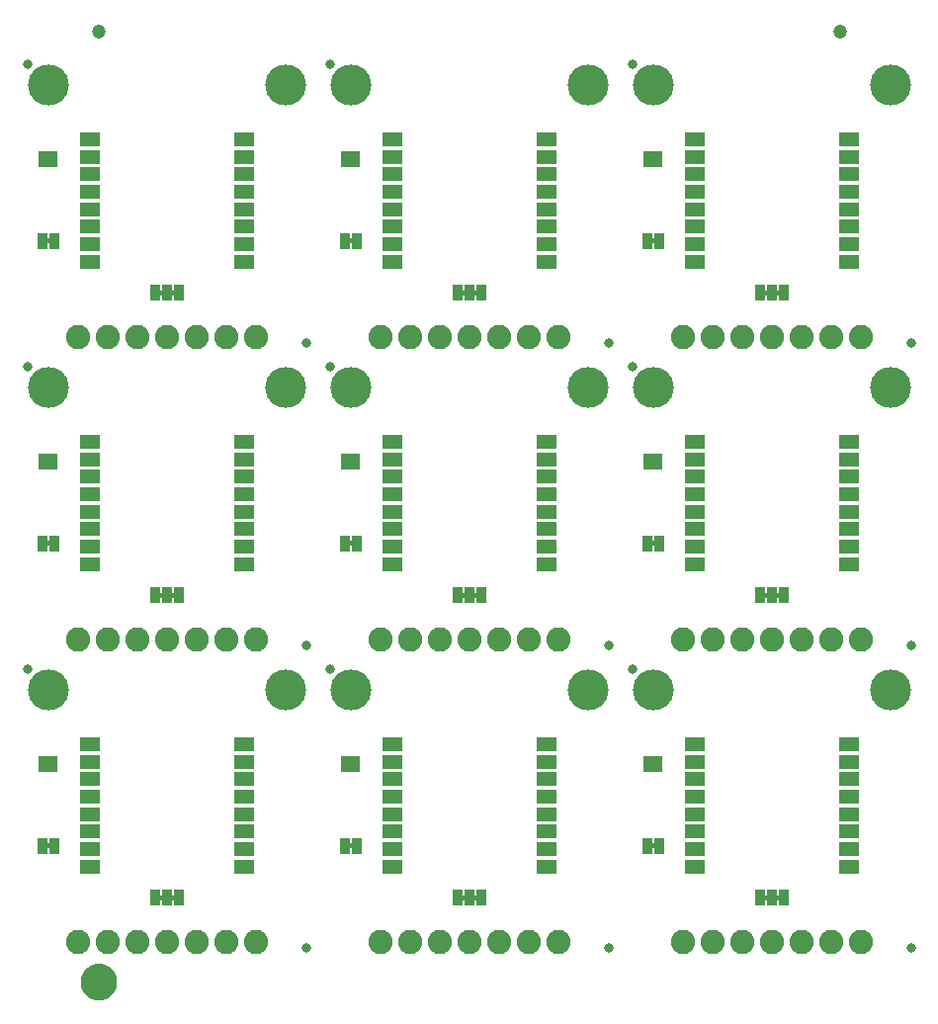
<source format=gbs>
G75*
%MOIN*%
%OFA0B0*%
%FSLAX25Y25*%
%IPPOS*%
%LPD*%
%AMOC8*
5,1,8,0,0,1.08239X$1,22.5*
%
%ADD10R,0.03300X0.05800*%
%ADD11C,0.00500*%
%ADD12C,0.08200*%
%ADD13C,0.13800*%
%ADD14C,0.03300*%
%ADD15R,0.06706X0.04737*%
%ADD16C,0.04737*%
%ADD17C,0.05000*%
%ADD18C,0.06706*%
D10*
X0036750Y0066250D03*
X0040750Y0066250D03*
X0040350Y0093750D03*
X0037150Y0093750D03*
X0074750Y0048750D03*
X0078750Y0048750D03*
X0082750Y0048750D03*
X0138750Y0066250D03*
X0142750Y0066250D03*
X0142350Y0093750D03*
X0139150Y0093750D03*
X0176750Y0048750D03*
X0180750Y0048750D03*
X0184750Y0048750D03*
X0240750Y0066250D03*
X0244750Y0066250D03*
X0244350Y0093750D03*
X0241150Y0093750D03*
X0278750Y0048750D03*
X0282750Y0048750D03*
X0286750Y0048750D03*
X0286750Y0150750D03*
X0282750Y0150750D03*
X0278750Y0150750D03*
X0244750Y0168250D03*
X0240750Y0168250D03*
X0241150Y0195750D03*
X0244350Y0195750D03*
X0278750Y0252750D03*
X0282750Y0252750D03*
X0286750Y0252750D03*
X0244750Y0270250D03*
X0240750Y0270250D03*
X0241150Y0297750D03*
X0244350Y0297750D03*
X0184750Y0252750D03*
X0180750Y0252750D03*
X0176750Y0252750D03*
X0142750Y0270250D03*
X0138750Y0270250D03*
X0139150Y0297750D03*
X0142350Y0297750D03*
X0082750Y0252750D03*
X0078750Y0252750D03*
X0074750Y0252750D03*
X0040750Y0270250D03*
X0036750Y0270250D03*
X0037150Y0297750D03*
X0040350Y0297750D03*
X0040350Y0195750D03*
X0037150Y0195750D03*
X0036750Y0168250D03*
X0040750Y0168250D03*
X0074750Y0150750D03*
X0078750Y0150750D03*
X0082750Y0150750D03*
X0138750Y0168250D03*
X0142750Y0168250D03*
X0142350Y0195750D03*
X0139150Y0195750D03*
X0176750Y0150750D03*
X0180750Y0150750D03*
X0184750Y0150750D03*
D11*
X0183500Y0150885D02*
X0178000Y0150885D01*
X0178000Y0151250D02*
X0178000Y0150250D01*
X0183500Y0150250D01*
X0183500Y0151250D01*
X0178000Y0151250D01*
X0178000Y0150387D02*
X0183500Y0150387D01*
X0141500Y0167750D02*
X0141500Y0168750D01*
X0140000Y0168750D01*
X0140000Y0167750D01*
X0141500Y0167750D01*
X0141500Y0167835D02*
X0140000Y0167835D01*
X0140000Y0168333D02*
X0141500Y0168333D01*
X0081500Y0151250D02*
X0081500Y0150250D01*
X0076000Y0150250D01*
X0076000Y0151250D01*
X0081500Y0151250D01*
X0081500Y0150885D02*
X0076000Y0150885D01*
X0076000Y0150387D02*
X0081500Y0150387D01*
X0039500Y0167750D02*
X0039500Y0168750D01*
X0038000Y0168750D01*
X0038000Y0167750D01*
X0039500Y0167750D01*
X0039500Y0167835D02*
X0038000Y0167835D01*
X0038000Y0168333D02*
X0039500Y0168333D01*
X0076000Y0252250D02*
X0081500Y0252250D01*
X0081500Y0253250D01*
X0076000Y0253250D01*
X0076000Y0252250D01*
X0076000Y0252582D02*
X0081500Y0252582D01*
X0081500Y0253080D02*
X0076000Y0253080D01*
X0039500Y0269750D02*
X0039500Y0270750D01*
X0038000Y0270750D01*
X0038000Y0269750D01*
X0039500Y0269750D01*
X0039500Y0270029D02*
X0038000Y0270029D01*
X0038000Y0270528D02*
X0039500Y0270528D01*
X0140000Y0270528D02*
X0141500Y0270528D01*
X0141500Y0270750D02*
X0141500Y0269750D01*
X0140000Y0269750D01*
X0140000Y0270750D01*
X0141500Y0270750D01*
X0141500Y0270029D02*
X0140000Y0270029D01*
X0178000Y0253250D02*
X0178000Y0252250D01*
X0183500Y0252250D01*
X0183500Y0253250D01*
X0178000Y0253250D01*
X0178000Y0253080D02*
X0183500Y0253080D01*
X0183500Y0252582D02*
X0178000Y0252582D01*
X0242000Y0269750D02*
X0243500Y0269750D01*
X0243500Y0270750D01*
X0242000Y0270750D01*
X0242000Y0269750D01*
X0242000Y0270029D02*
X0243500Y0270029D01*
X0243500Y0270528D02*
X0242000Y0270528D01*
X0280000Y0253250D02*
X0280000Y0252250D01*
X0285500Y0252250D01*
X0285500Y0253250D01*
X0280000Y0253250D01*
X0280000Y0253080D02*
X0285500Y0253080D01*
X0285500Y0252582D02*
X0280000Y0252582D01*
X0243500Y0168750D02*
X0243500Y0167750D01*
X0242000Y0167750D01*
X0242000Y0168750D01*
X0243500Y0168750D01*
X0243500Y0168333D02*
X0242000Y0168333D01*
X0242000Y0167835D02*
X0243500Y0167835D01*
X0280000Y0151250D02*
X0280000Y0150250D01*
X0285500Y0150250D01*
X0285500Y0151250D01*
X0280000Y0151250D01*
X0280000Y0150885D02*
X0285500Y0150885D01*
X0285500Y0150387D02*
X0280000Y0150387D01*
X0243500Y0066750D02*
X0243500Y0065750D01*
X0242000Y0065750D01*
X0242000Y0066750D01*
X0243500Y0066750D01*
X0243500Y0066637D02*
X0242000Y0066637D01*
X0242000Y0066138D02*
X0243500Y0066138D01*
X0280000Y0049250D02*
X0280000Y0048250D01*
X0285500Y0048250D01*
X0285500Y0049250D01*
X0280000Y0049250D01*
X0280000Y0049189D02*
X0285500Y0049189D01*
X0285500Y0048690D02*
X0280000Y0048690D01*
X0183500Y0048690D02*
X0178000Y0048690D01*
X0178000Y0048250D02*
X0183500Y0048250D01*
X0183500Y0049250D01*
X0178000Y0049250D01*
X0178000Y0048250D01*
X0178000Y0049189D02*
X0183500Y0049189D01*
X0141500Y0065750D02*
X0141500Y0066750D01*
X0140000Y0066750D01*
X0140000Y0065750D01*
X0141500Y0065750D01*
X0141500Y0066138D02*
X0140000Y0066138D01*
X0140000Y0066637D02*
X0141500Y0066637D01*
X0081500Y0049250D02*
X0081500Y0048250D01*
X0076000Y0048250D01*
X0076000Y0049250D01*
X0081500Y0049250D01*
X0081500Y0049189D02*
X0076000Y0049189D01*
X0076000Y0048690D02*
X0081500Y0048690D01*
X0039500Y0065750D02*
X0039500Y0066750D01*
X0038000Y0066750D01*
X0038000Y0065750D01*
X0039500Y0065750D01*
X0039500Y0066138D02*
X0038000Y0066138D01*
X0038000Y0066637D02*
X0039500Y0066637D01*
D12*
X0048750Y0033750D03*
X0058750Y0033750D03*
X0068750Y0033750D03*
X0078750Y0033750D03*
X0088750Y0033750D03*
X0098750Y0033750D03*
X0108750Y0033750D03*
X0150750Y0033750D03*
X0160750Y0033750D03*
X0170750Y0033750D03*
X0180750Y0033750D03*
X0190750Y0033750D03*
X0200750Y0033750D03*
X0210750Y0033750D03*
X0252750Y0033750D03*
X0262750Y0033750D03*
X0272750Y0033750D03*
X0282750Y0033750D03*
X0292750Y0033750D03*
X0302750Y0033750D03*
X0312750Y0033750D03*
X0312750Y0135750D03*
X0302750Y0135750D03*
X0292750Y0135750D03*
X0282750Y0135750D03*
X0272750Y0135750D03*
X0262750Y0135750D03*
X0252750Y0135750D03*
X0210750Y0135750D03*
X0200750Y0135750D03*
X0190750Y0135750D03*
X0180750Y0135750D03*
X0170750Y0135750D03*
X0160750Y0135750D03*
X0150750Y0135750D03*
X0108750Y0135750D03*
X0098750Y0135750D03*
X0088750Y0135750D03*
X0078750Y0135750D03*
X0068750Y0135750D03*
X0058750Y0135750D03*
X0048750Y0135750D03*
X0048750Y0237750D03*
X0058750Y0237750D03*
X0068750Y0237750D03*
X0078750Y0237750D03*
X0088750Y0237750D03*
X0098750Y0237750D03*
X0108750Y0237750D03*
X0150750Y0237750D03*
X0160750Y0237750D03*
X0170750Y0237750D03*
X0180750Y0237750D03*
X0190750Y0237750D03*
X0200750Y0237750D03*
X0210750Y0237750D03*
X0252750Y0237750D03*
X0262750Y0237750D03*
X0272750Y0237750D03*
X0282750Y0237750D03*
X0292750Y0237750D03*
X0302750Y0237750D03*
X0312750Y0237750D03*
D13*
X0322750Y0220750D03*
X0242750Y0220750D03*
X0220750Y0220750D03*
X0140750Y0220750D03*
X0118750Y0220750D03*
X0038750Y0220750D03*
X0038750Y0322750D03*
X0118750Y0322750D03*
X0140750Y0322750D03*
X0220750Y0322750D03*
X0242750Y0322750D03*
X0322750Y0322750D03*
X0322750Y0118750D03*
X0242750Y0118750D03*
X0220750Y0118750D03*
X0140750Y0118750D03*
X0118750Y0118750D03*
X0038750Y0118750D03*
D14*
X0031750Y0125750D03*
X0125750Y0133750D03*
X0133750Y0125750D03*
X0227750Y0133750D03*
X0235750Y0125750D03*
X0329750Y0133750D03*
X0235750Y0227750D03*
X0227750Y0235750D03*
X0133750Y0227750D03*
X0125750Y0235750D03*
X0031750Y0227750D03*
X0031750Y0329750D03*
X0133750Y0329750D03*
X0235750Y0329750D03*
X0329750Y0235750D03*
X0329750Y0031750D03*
X0227750Y0031750D03*
X0125750Y0031750D03*
D15*
X0104734Y0059270D03*
X0104734Y0065175D03*
X0104734Y0071081D03*
X0104734Y0076986D03*
X0104734Y0082892D03*
X0104734Y0088797D03*
X0104734Y0094703D03*
X0104734Y0100608D03*
X0154766Y0100608D03*
X0154766Y0094703D03*
X0154766Y0088797D03*
X0154766Y0082892D03*
X0154766Y0076986D03*
X0154766Y0071081D03*
X0154766Y0065175D03*
X0154766Y0059270D03*
X0206734Y0059270D03*
X0206734Y0065175D03*
X0206734Y0071081D03*
X0206734Y0076986D03*
X0206734Y0082892D03*
X0206734Y0088797D03*
X0206734Y0094703D03*
X0206734Y0100608D03*
X0256766Y0100608D03*
X0256766Y0094703D03*
X0256766Y0088797D03*
X0256766Y0082892D03*
X0256766Y0076986D03*
X0256766Y0071081D03*
X0256766Y0065175D03*
X0256766Y0059270D03*
X0308734Y0059270D03*
X0308734Y0065175D03*
X0308734Y0071081D03*
X0308734Y0076986D03*
X0308734Y0082892D03*
X0308734Y0088797D03*
X0308734Y0094703D03*
X0308734Y0100608D03*
X0308734Y0161270D03*
X0308734Y0167175D03*
X0308734Y0173081D03*
X0308734Y0178986D03*
X0308734Y0184892D03*
X0308734Y0190797D03*
X0308734Y0196703D03*
X0308734Y0202608D03*
X0256766Y0202608D03*
X0256766Y0196703D03*
X0256766Y0190797D03*
X0256766Y0184892D03*
X0256766Y0178986D03*
X0256766Y0173081D03*
X0256766Y0167175D03*
X0256766Y0161270D03*
X0206734Y0161270D03*
X0206734Y0167175D03*
X0206734Y0173081D03*
X0206734Y0178986D03*
X0206734Y0184892D03*
X0206734Y0190797D03*
X0206734Y0196703D03*
X0206734Y0202608D03*
X0154766Y0202608D03*
X0154766Y0196703D03*
X0154766Y0190797D03*
X0154766Y0184892D03*
X0154766Y0178986D03*
X0154766Y0173081D03*
X0154766Y0167175D03*
X0154766Y0161270D03*
X0104734Y0161270D03*
X0104734Y0167175D03*
X0104734Y0173081D03*
X0104734Y0178986D03*
X0104734Y0184892D03*
X0104734Y0190797D03*
X0104734Y0196703D03*
X0104734Y0202608D03*
X0052766Y0202608D03*
X0052766Y0196703D03*
X0052766Y0190797D03*
X0052766Y0184892D03*
X0052766Y0178986D03*
X0052766Y0173081D03*
X0052766Y0167175D03*
X0052766Y0161270D03*
X0052766Y0100608D03*
X0052766Y0094703D03*
X0052766Y0088797D03*
X0052766Y0082892D03*
X0052766Y0076986D03*
X0052766Y0071081D03*
X0052766Y0065175D03*
X0052766Y0059270D03*
X0052766Y0263270D03*
X0052766Y0269175D03*
X0052766Y0275081D03*
X0052766Y0280986D03*
X0052766Y0286892D03*
X0052766Y0292797D03*
X0052766Y0298703D03*
X0052766Y0304608D03*
X0104734Y0304608D03*
X0104734Y0298703D03*
X0104734Y0292797D03*
X0104734Y0286892D03*
X0104734Y0280986D03*
X0104734Y0275081D03*
X0104734Y0269175D03*
X0104734Y0263270D03*
X0154766Y0263270D03*
X0154766Y0269175D03*
X0154766Y0275081D03*
X0154766Y0280986D03*
X0154766Y0286892D03*
X0154766Y0292797D03*
X0154766Y0298703D03*
X0154766Y0304608D03*
X0206734Y0304608D03*
X0206734Y0298703D03*
X0206734Y0292797D03*
X0206734Y0286892D03*
X0206734Y0280986D03*
X0206734Y0275081D03*
X0206734Y0269175D03*
X0206734Y0263270D03*
X0256766Y0263270D03*
X0256766Y0269175D03*
X0256766Y0275081D03*
X0256766Y0280986D03*
X0256766Y0286892D03*
X0256766Y0292797D03*
X0256766Y0298703D03*
X0256766Y0304608D03*
X0308734Y0304608D03*
X0308734Y0298703D03*
X0308734Y0292797D03*
X0308734Y0286892D03*
X0308734Y0280986D03*
X0308734Y0275081D03*
X0308734Y0269175D03*
X0308734Y0263270D03*
D16*
X0305750Y0341000D03*
X0055750Y0341000D03*
D17*
X0052185Y0020500D02*
X0052187Y0020619D01*
X0052193Y0020738D01*
X0052203Y0020857D01*
X0052217Y0020975D01*
X0052235Y0021093D01*
X0052256Y0021210D01*
X0052282Y0021326D01*
X0052312Y0021442D01*
X0052345Y0021556D01*
X0052382Y0021669D01*
X0052423Y0021781D01*
X0052468Y0021892D01*
X0052516Y0022001D01*
X0052568Y0022108D01*
X0052624Y0022213D01*
X0052683Y0022317D01*
X0052745Y0022418D01*
X0052811Y0022518D01*
X0052880Y0022615D01*
X0052952Y0022709D01*
X0053028Y0022802D01*
X0053106Y0022891D01*
X0053187Y0022978D01*
X0053272Y0023063D01*
X0053359Y0023144D01*
X0053448Y0023222D01*
X0053541Y0023298D01*
X0053635Y0023370D01*
X0053732Y0023439D01*
X0053832Y0023505D01*
X0053933Y0023567D01*
X0054037Y0023626D01*
X0054142Y0023682D01*
X0054249Y0023734D01*
X0054358Y0023782D01*
X0054469Y0023827D01*
X0054581Y0023868D01*
X0054694Y0023905D01*
X0054808Y0023938D01*
X0054924Y0023968D01*
X0055040Y0023994D01*
X0055157Y0024015D01*
X0055275Y0024033D01*
X0055393Y0024047D01*
X0055512Y0024057D01*
X0055631Y0024063D01*
X0055750Y0024065D01*
X0055869Y0024063D01*
X0055988Y0024057D01*
X0056107Y0024047D01*
X0056225Y0024033D01*
X0056343Y0024015D01*
X0056460Y0023994D01*
X0056576Y0023968D01*
X0056692Y0023938D01*
X0056806Y0023905D01*
X0056919Y0023868D01*
X0057031Y0023827D01*
X0057142Y0023782D01*
X0057251Y0023734D01*
X0057358Y0023682D01*
X0057463Y0023626D01*
X0057567Y0023567D01*
X0057668Y0023505D01*
X0057768Y0023439D01*
X0057865Y0023370D01*
X0057959Y0023298D01*
X0058052Y0023222D01*
X0058141Y0023144D01*
X0058228Y0023063D01*
X0058313Y0022978D01*
X0058394Y0022891D01*
X0058472Y0022802D01*
X0058548Y0022709D01*
X0058620Y0022615D01*
X0058689Y0022518D01*
X0058755Y0022418D01*
X0058817Y0022317D01*
X0058876Y0022213D01*
X0058932Y0022108D01*
X0058984Y0022001D01*
X0059032Y0021892D01*
X0059077Y0021781D01*
X0059118Y0021669D01*
X0059155Y0021556D01*
X0059188Y0021442D01*
X0059218Y0021326D01*
X0059244Y0021210D01*
X0059265Y0021093D01*
X0059283Y0020975D01*
X0059297Y0020857D01*
X0059307Y0020738D01*
X0059313Y0020619D01*
X0059315Y0020500D01*
X0059313Y0020381D01*
X0059307Y0020262D01*
X0059297Y0020143D01*
X0059283Y0020025D01*
X0059265Y0019907D01*
X0059244Y0019790D01*
X0059218Y0019674D01*
X0059188Y0019558D01*
X0059155Y0019444D01*
X0059118Y0019331D01*
X0059077Y0019219D01*
X0059032Y0019108D01*
X0058984Y0018999D01*
X0058932Y0018892D01*
X0058876Y0018787D01*
X0058817Y0018683D01*
X0058755Y0018582D01*
X0058689Y0018482D01*
X0058620Y0018385D01*
X0058548Y0018291D01*
X0058472Y0018198D01*
X0058394Y0018109D01*
X0058313Y0018022D01*
X0058228Y0017937D01*
X0058141Y0017856D01*
X0058052Y0017778D01*
X0057959Y0017702D01*
X0057865Y0017630D01*
X0057768Y0017561D01*
X0057668Y0017495D01*
X0057567Y0017433D01*
X0057463Y0017374D01*
X0057358Y0017318D01*
X0057251Y0017266D01*
X0057142Y0017218D01*
X0057031Y0017173D01*
X0056919Y0017132D01*
X0056806Y0017095D01*
X0056692Y0017062D01*
X0056576Y0017032D01*
X0056460Y0017006D01*
X0056343Y0016985D01*
X0056225Y0016967D01*
X0056107Y0016953D01*
X0055988Y0016943D01*
X0055869Y0016937D01*
X0055750Y0016935D01*
X0055631Y0016937D01*
X0055512Y0016943D01*
X0055393Y0016953D01*
X0055275Y0016967D01*
X0055157Y0016985D01*
X0055040Y0017006D01*
X0054924Y0017032D01*
X0054808Y0017062D01*
X0054694Y0017095D01*
X0054581Y0017132D01*
X0054469Y0017173D01*
X0054358Y0017218D01*
X0054249Y0017266D01*
X0054142Y0017318D01*
X0054037Y0017374D01*
X0053933Y0017433D01*
X0053832Y0017495D01*
X0053732Y0017561D01*
X0053635Y0017630D01*
X0053541Y0017702D01*
X0053448Y0017778D01*
X0053359Y0017856D01*
X0053272Y0017937D01*
X0053187Y0018022D01*
X0053106Y0018109D01*
X0053028Y0018198D01*
X0052952Y0018291D01*
X0052880Y0018385D01*
X0052811Y0018482D01*
X0052745Y0018582D01*
X0052683Y0018683D01*
X0052624Y0018787D01*
X0052568Y0018892D01*
X0052516Y0018999D01*
X0052468Y0019108D01*
X0052423Y0019219D01*
X0052382Y0019331D01*
X0052345Y0019444D01*
X0052312Y0019558D01*
X0052282Y0019674D01*
X0052256Y0019790D01*
X0052235Y0019907D01*
X0052217Y0020025D01*
X0052203Y0020143D01*
X0052193Y0020262D01*
X0052187Y0020381D01*
X0052185Y0020500D01*
D18*
X0055750Y0020500D03*
M02*

</source>
